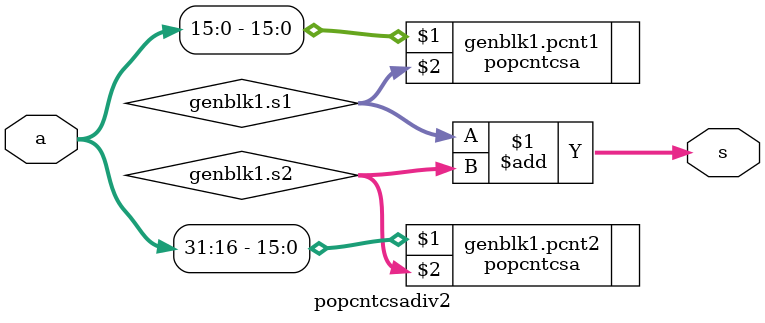
<source format=sv>
module popcntcsadiv2 #(parameter WIDTH = 32) (
  input logic  [WIDTH-1:0]            a,    // number to count total ones
  output logic [$clog2(WIDTH):0]  s  // the total number of ones
);
if (WIDTH == 32) begin
  logic [4:0] s1;
  logic [4:0] s2;
  popcntcsa #(16) pcnt1(a[15:0],s1);
  popcntcsa #(16) pcnt2(a[31:16],s2);
  assign s = s1+s2;


end else begin
  logic [5:0] s1;
  logic [5:0] s2;
  popcntcsa #(32) pcnt1(a[31:0],s1);
  popcntcsa #(32) pcnt2(a[63:32],s2);
  assign s = s1+s2;
end


endmodule
</source>
